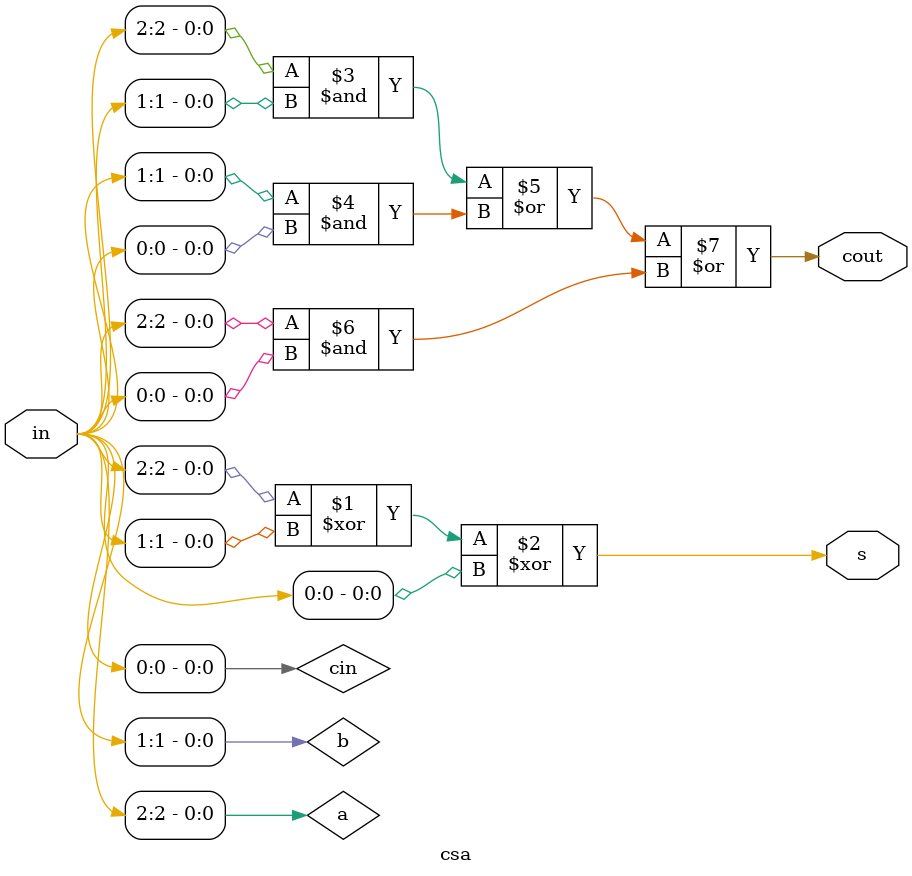
<source format=v>
module csa(
  input [2:0] in,
  output cout, s
);
wire a, b, cin;
assign a = in[2];
assign b = in[1];
assign cin = in[0];
assign s = a ^ b ^ cin;
assign cout = a & b | b & cin | a & cin;
endmodule
</source>
